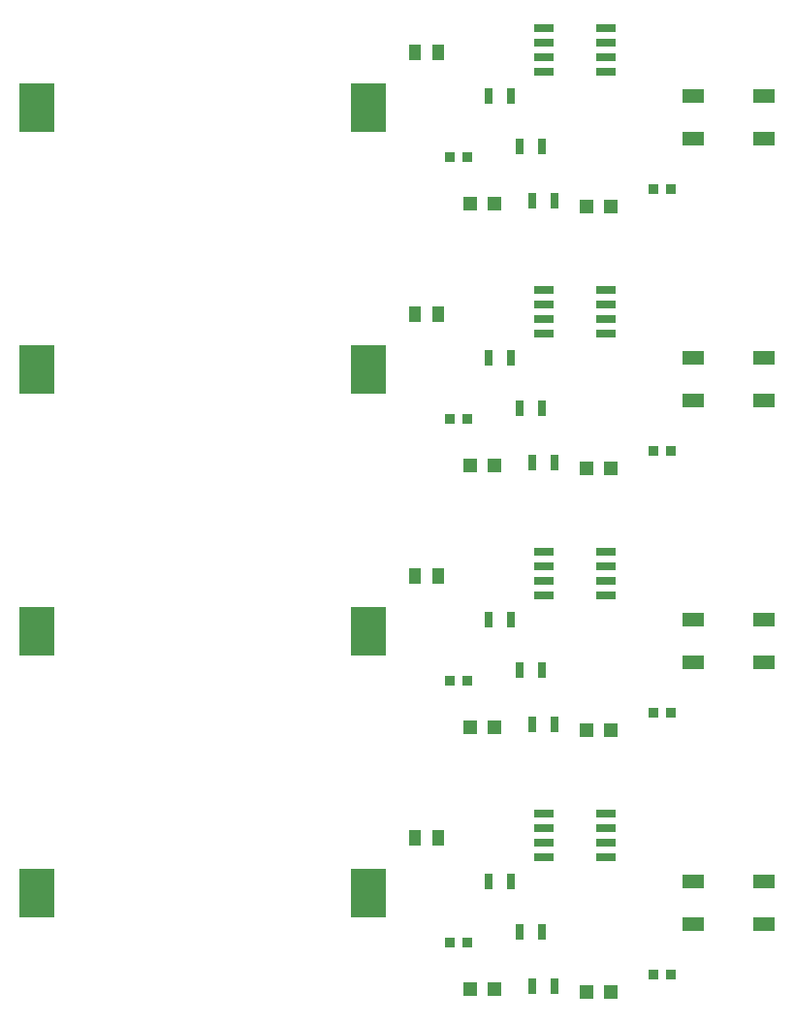
<source format=gts>
G04 #@! TF.FileFunction,Soldermask,Top*
%FSLAX46Y46*%
G04 Gerber Fmt 4.6, Leading zero omitted, Abs format (unit mm)*
G04 Created by KiCad (PCBNEW 4.0.5+dfsg1-4) date Tue Jun 30 20:55:17 2020*
%MOMM*%
%LPD*%
G01*
G04 APERTURE LIST*
%ADD10C,0.100000*%
%ADD11R,0.901600X0.851600*%
%ADD12R,0.801600X1.401600*%
%ADD13R,1.300480X1.300480*%
%ADD14R,1.901600X1.201600*%
%ADD15R,1.651600X0.701600*%
%ADD16R,1.101600X1.351600*%
%ADD17R,3.101600X4.301600*%
G04 APERTURE END LIST*
D10*
D11*
X144538000Y-64008000D03*
X146038000Y-64008000D03*
D12*
X150599100Y-63093600D03*
X152499100Y-63093600D03*
X147894000Y-58674000D03*
X149794000Y-58674000D03*
D13*
X148369020Y-68072000D03*
X146270980Y-68072000D03*
X158529020Y-68326000D03*
X156430980Y-68326000D03*
D11*
X162318000Y-66802000D03*
X163818000Y-66802000D03*
D12*
X151704000Y-67818000D03*
X153604000Y-67818000D03*
D14*
X165758000Y-58674000D03*
X171958000Y-58674000D03*
X165758000Y-62374000D03*
X171958000Y-62374000D03*
D15*
X152748000Y-52705000D03*
X152748000Y-53975000D03*
X152748000Y-55245000D03*
X152748000Y-56515000D03*
X158148000Y-56515000D03*
X158148000Y-55245000D03*
X158148000Y-53975000D03*
X158148000Y-52705000D03*
D16*
X141478000Y-54864000D03*
X143478000Y-54864000D03*
D17*
X137414000Y-59690000D03*
X108414000Y-59690000D03*
X137414000Y-82550000D03*
X108414000Y-82550000D03*
D14*
X165758000Y-81534000D03*
X171958000Y-81534000D03*
X165758000Y-85234000D03*
X171958000Y-85234000D03*
D11*
X162318000Y-89662000D03*
X163818000Y-89662000D03*
D16*
X141478000Y-77724000D03*
X143478000Y-77724000D03*
D12*
X147894000Y-81534000D03*
X149794000Y-81534000D03*
D15*
X152748000Y-75565000D03*
X152748000Y-76835000D03*
X152748000Y-78105000D03*
X152748000Y-79375000D03*
X158148000Y-79375000D03*
X158148000Y-78105000D03*
X158148000Y-76835000D03*
X158148000Y-75565000D03*
D11*
X144538000Y-86868000D03*
X146038000Y-86868000D03*
D12*
X151704000Y-90678000D03*
X153604000Y-90678000D03*
X150599100Y-85953600D03*
X152499100Y-85953600D03*
D13*
X148369020Y-90932000D03*
X146270980Y-90932000D03*
X158529020Y-91186000D03*
X156430980Y-91186000D03*
D14*
X165758000Y-104394000D03*
X171958000Y-104394000D03*
X165758000Y-108094000D03*
X171958000Y-108094000D03*
D17*
X137414000Y-105410000D03*
X108414000Y-105410000D03*
D11*
X144538000Y-109728000D03*
X146038000Y-109728000D03*
D16*
X141478000Y-100584000D03*
X143478000Y-100584000D03*
D12*
X147894000Y-104394000D03*
X149794000Y-104394000D03*
D13*
X148369020Y-113792000D03*
X146270980Y-113792000D03*
D15*
X152748000Y-98425000D03*
X152748000Y-99695000D03*
X152748000Y-100965000D03*
X152748000Y-102235000D03*
X158148000Y-102235000D03*
X158148000Y-100965000D03*
X158148000Y-99695000D03*
X158148000Y-98425000D03*
D12*
X151704000Y-113538000D03*
X153604000Y-113538000D03*
X150599100Y-108813600D03*
X152499100Y-108813600D03*
D11*
X162318000Y-112522000D03*
X163818000Y-112522000D03*
D13*
X158529020Y-114046000D03*
X156430980Y-114046000D03*
D17*
X137414000Y-128270000D03*
X108414000Y-128270000D03*
D11*
X144538000Y-132588000D03*
X146038000Y-132588000D03*
X162318000Y-135382000D03*
X163818000Y-135382000D03*
D16*
X141478000Y-123444000D03*
X143478000Y-123444000D03*
D13*
X148369020Y-136652000D03*
X146270980Y-136652000D03*
X158529020Y-136906000D03*
X156430980Y-136906000D03*
D12*
X151704000Y-136398000D03*
X153604000Y-136398000D03*
X147894000Y-127254000D03*
X149794000Y-127254000D03*
X150599100Y-131673600D03*
X152499100Y-131673600D03*
D14*
X165758000Y-127254000D03*
X171958000Y-127254000D03*
X165758000Y-130954000D03*
X171958000Y-130954000D03*
D15*
X152748000Y-121285000D03*
X152748000Y-122555000D03*
X152748000Y-123825000D03*
X152748000Y-125095000D03*
X158148000Y-125095000D03*
X158148000Y-123825000D03*
X158148000Y-122555000D03*
X158148000Y-121285000D03*
M02*

</source>
